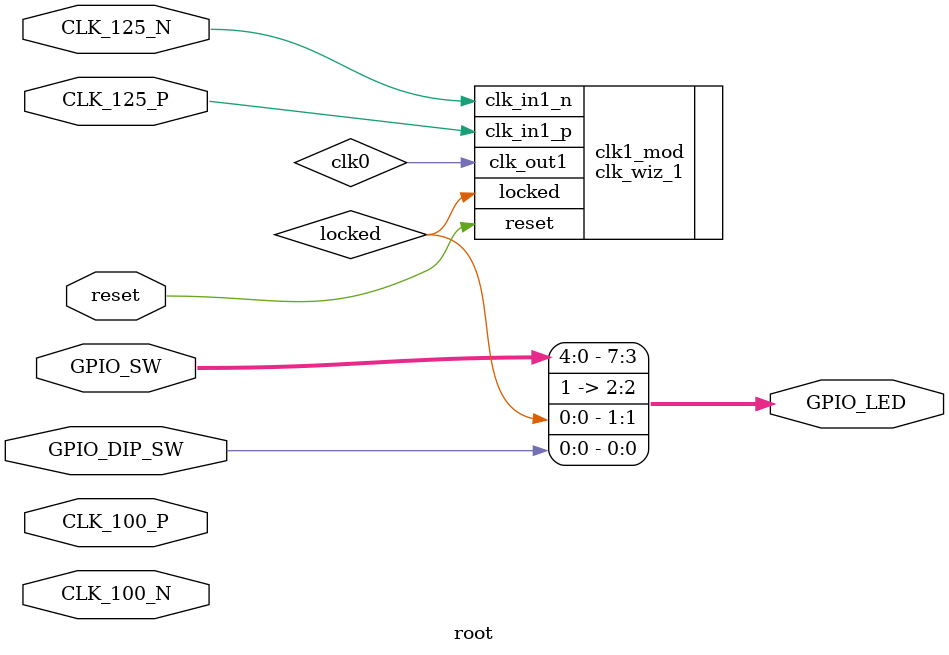
<source format=sv>

`timescale 1ns / 1ps

module root(
    // Clocks
    input logic CLK_100_P, CLK_100_N,
    input logic CLK_125_P, CLK_125_N,
    input logic reset,
    // UART
    //input wire UART0_RX, UART0_CTS,
    //output wire UART0_TX, UART0_RTS,
    
    // GPIO
    output wire [7:0] GPIO_LED,
    input wire [4:0] GPIO_SW,
    input logic [7:0] GPIO_DIP_SW
);
       

    wire clk0;
    wire locked;

    clk_wiz_1 clk1_mod(
        // Clock out ports
        .clk_out1(clk0),
        // Status and control signals
        .reset(reset),
        // Clock in ports
        .clk_in1_p(CLK_125_P),
        .clk_in1_n(CLK_125_N),
        .locked(locked)
    );


    assign GPIO_LED[7:3] = GPIO_SW;
    assign GPIO_LED[0] = GPIO_DIP_SW[0];
    assign GPIO_LED[1] = locked;
    assign GPIO_LED[2] = 1;

endmodule

</source>
